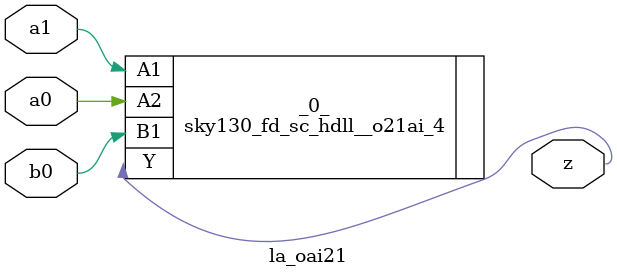
<source format=v>

/* Generated by Yosys 0.44 (git sha1 80ba43d26, g++ 11.4.0-1ubuntu1~22.04 -fPIC -O3) */

(* top =  1  *)
(* src = "generated" *)
(* keep_hierarchy *)
module la_oai21 (
    a0,
    a1,
    b0,
    z
);
  (* src = "generated" *)
  input a0;
  wire a0;
  (* src = "generated" *)
  input a1;
  wire a1;
  (* src = "generated" *)
  input b0;
  wire b0;
  (* src = "generated" *)
  output z;
  wire z;
  sky130_fd_sc_hdll__o21ai_4 _0_ (
      .A1(a1),
      .A2(a0),
      .B1(b0),
      .Y (z)
  );
endmodule

</source>
